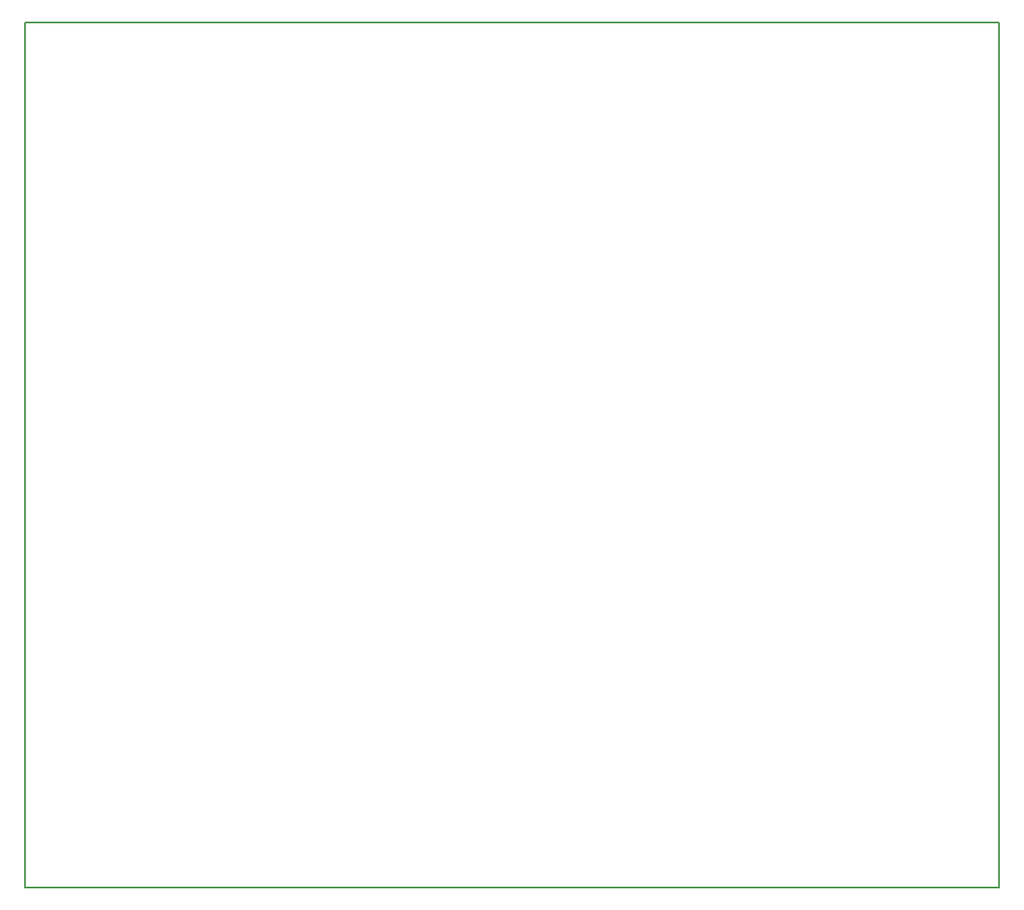
<source format=gbr>
%TF.GenerationSoftware,KiCad,Pcbnew,(5.1.0)-1*%
%TF.CreationDate,2019-07-18T10:11:44+02:00*%
%TF.ProjectId,Timelapsebuild_Control,54696d65-6c61-4707-9365-6275696c645f,rev?*%
%TF.SameCoordinates,Original*%
%TF.FileFunction,Profile,NP*%
%FSLAX46Y46*%
G04 Gerber Fmt 4.6, Leading zero omitted, Abs format (unit mm)*
G04 Created by KiCad (PCBNEW (5.1.0)-1) date 2019-07-18 10:11:44*
%MOMM*%
%LPD*%
G04 APERTURE LIST*
%ADD10C,0.150000*%
G04 APERTURE END LIST*
D10*
X95000000Y-139500000D02*
X95000000Y-51500000D01*
X194000000Y-139500000D02*
X95000000Y-139500000D01*
X194000000Y-51500000D02*
X194000000Y-139500000D01*
X95000000Y-51500000D02*
X194000000Y-51500000D01*
M02*

</source>
